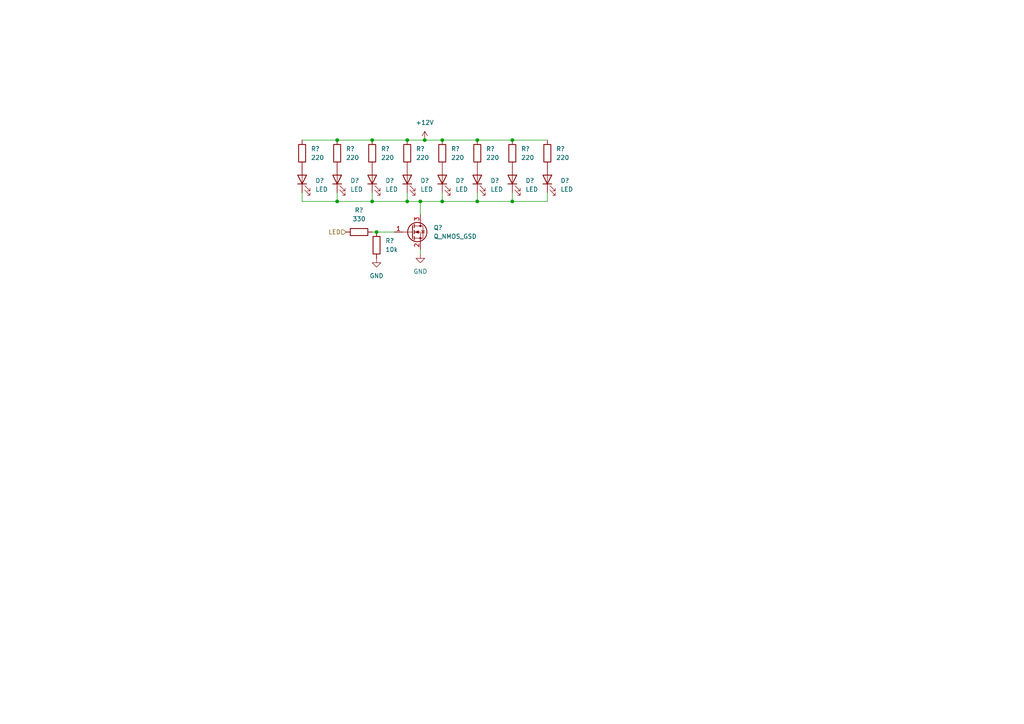
<source format=kicad_sch>
(kicad_sch (version 20211123) (generator eeschema)
  (paper "A4")
  (lib_symbols
    (symbol "Device:LED" (pin_numbers hide) (pin_names (offset 1.016) hide)
      (property "Reference" "D" (at 0 2.54 0))
      (property "Value" "LED" (at 0 -2.54 0))
      (symbol "LED_0_1"
        (polyline (pts (xy -1.27 -1.27) (xy -1.27 1.27)) (stroke (width 0.254)))
        (polyline (pts (xy -1.27 0) (xy 1.27 0)))
        (polyline (pts (xy 1.27 -1.27) (xy 1.27 1.27) (xy -1.27 0) (xy 1.27 -1.27)) (stroke (width 0.254)))
        (polyline (pts (xy -3.048 -0.762) (xy -4.572 -2.286) (xy -3.81 -2.286) (xy -4.572 -2.286) (xy -4.572 -1.524)))
        (polyline (pts (xy -1.778 -0.762) (xy -3.302 -2.286) (xy -2.54 -2.286) (xy -3.302 -2.286) (xy -3.302 -1.524)))
      )
      (symbol "LED_1_1"
        (pin passive line (at -3.81 0 0) (length 2.54) (name "K") (number "1"))
        (pin passive line (at 3.81 0 180) (length 2.54) (name "A") (number "2"))
      )
    )
    (symbol "Device:Q_NMOS_GSD" (pin_names (offset 0) hide)
      (property "Reference" "Q" (at 5.08 1.27 0))
      (property "Value" "Q_NMOS_GSD" (at 5.08 -1.27 0))
      (symbol "Q_NMOS_GSD_0_1"
        (polyline (pts (xy 0.254 0) (xy -2.54 0)))
        (polyline (pts (xy 0.254 1.905) (xy 0.254 -1.905)) (stroke (width 0.254)))
        (polyline (pts (xy 0.762 -1.27) (xy 0.762 -2.286)) (stroke (width 0.254)))
        (polyline (pts (xy 0.762 0.508) (xy 0.762 -0.508)) (stroke (width 0.254)))
        (polyline (pts (xy 0.762 2.286) (xy 0.762 1.27)) (stroke (width 0.254)))
        (polyline (pts (xy 2.54 2.54) (xy 2.54 1.778)))
        (polyline (pts (xy 2.54 -2.54) (xy 2.54 0) (xy 0.762 0)))
        (polyline (pts (xy 0.762 -1.778) (xy 3.302 -1.778) (xy 3.302 1.778) (xy 0.762 1.778)))
        (polyline (pts (xy 1.016 0) (xy 2.032 0.381) (xy 2.032 -0.381) (xy 1.016 0)) (fill (type outline)))
        (polyline (pts (xy 2.794 0.508) (xy 2.921 0.381) (xy 3.683 0.381) (xy 3.81 0.254)))
        (polyline (pts (xy 3.302 0.381) (xy 2.921 -0.254) (xy 3.683 -0.254) (xy 3.302 0.381)))
        (circle (center 1.651 0) (radius 2.794) (stroke (width 0.254)))
        (circle (center 2.54 -1.778) (radius 0.254) (fill (type outline)))
        (circle (center 2.54 1.778) (radius 0.254) (fill (type outline)))
      )
      (symbol "Q_NMOS_GSD_1_1"
        (pin input line (at -5.08 0 0) (length 2.54) (name "G") (number "1"))
        (pin passive line (at 2.54 -5.08 90) (length 2.54) (name "S") (number "2"))
        (pin passive line (at 2.54 5.08 270) (length 2.54) (name "D") (number "3"))
      )
    )
    (symbol "Device:R" (pin_numbers hide) (pin_names (offset 0))
      (property "Reference" "R" (at 2.032 0 90))
      (property "Value" "R" (at 0 0 90))
      (symbol "R_0_1"
        (rectangle (start -1.016 -2.54) (end 1.016 2.54) (stroke (width 0.254)))
      )
      (symbol "R_1_1"
        (pin passive line (at 0 3.81 270) (length 1.27) (name "~") (number "1"))
        (pin passive line (at 0 -3.81 90) (length 1.27) (name "~") (number "2"))
      )
    )
    (symbol "power:+12V" (power) (pin_names (offset 0))
      (property "Value" "+12V" (at 0 3.556 0))
      (symbol "+12V_0_1"
        (polyline (pts (xy -0.762 1.27) (xy 0 2.54)))
        (polyline (pts (xy 0 0) (xy 0 2.54)))
        (polyline (pts (xy 0 2.54) (xy 0.762 1.27)))
      )
      (symbol "+12V_1_1"
        (pin power_in line (at 0 0 90) (length 0) hide (name "+12V") (number "1"))
      )
    )
    (symbol "power:GND" (power) (pin_names (offset 0))
      (property "Value" "GND" (at 0 -3.81 0))
      (symbol "GND_0_1"
        (polyline (pts (xy 0 0) (xy 0 -1.27) (xy 1.27 -1.27) (xy 0 -2.54) (xy -1.27 -1.27) (xy 0 -1.27)))
      )
      (symbol "GND_1_1"
        (pin power_in line (at 0 0 270) (length 0) hide (name "GND") (number "1"))
      )
    )
  )
  (junction (at 107.95 58.42))
  (junction (at 128.27 58.42))
  (junction (at 128.27 40.64))
  (junction (at 97.79 40.64))
  (junction (at 107.95 40.64))
  (junction (at 109.22 67.31))
  (junction (at 138.43 58.42))
  (junction (at 121.92 58.42))
  (junction (at 148.59 40.64))
  (junction (at 148.59 58.42))
  (junction (at 118.11 58.42))
  (junction (at 138.43 40.64))
  (junction (at 123.19 40.64))
  (junction (at 97.79 58.42))
  (junction (at 118.11 40.64))
  (wire (pts (xy 107.95 58.42) (xy 118.11 58.42)))
  (wire (pts (xy 138.43 58.42) (xy 138.43 55.88)))
  (wire (pts (xy 148.59 58.42) (xy 148.59 55.88)))
  (wire (pts (xy 87.63 40.64) (xy 97.79 40.64)))
  (wire (pts (xy 107.95 40.64) (xy 118.11 40.64)))
  (wire (pts (xy 148.59 58.42) (xy 158.75 58.42)))
  (wire (pts (xy 97.79 58.42) (xy 107.95 58.42)))
  (wire (pts (xy 158.75 58.42) (xy 158.75 55.88)))
  (wire (pts (xy 148.59 40.64) (xy 158.75 40.64)))
  (wire (pts (xy 87.63 58.42) (xy 87.63 55.88)))
  (wire (pts (xy 109.22 67.31) (xy 114.3 67.31)))
  (wire (pts (xy 118.11 40.64) (xy 123.19 40.64)))
  (wire (pts (xy 138.43 58.42) (xy 148.59 58.42)))
  (wire (pts (xy 97.79 58.42) (xy 97.79 55.88)))
  (wire (pts (xy 121.92 58.42) (xy 128.27 58.42)))
  (wire (pts (xy 128.27 40.64) (xy 138.43 40.64)))
  (wire (pts (xy 97.79 40.64) (xy 107.95 40.64)))
  (wire (pts (xy 138.43 40.64) (xy 148.59 40.64)))
  (wire (pts (xy 107.95 58.42) (xy 107.95 55.88)))
  (wire (pts (xy 128.27 58.42) (xy 128.27 55.88)))
  (wire (pts (xy 128.27 58.42) (xy 138.43 58.42)))
  (wire (pts (xy 87.63 58.42) (xy 97.79 58.42)))
  (wire (pts (xy 107.95 67.31) (xy 109.22 67.31)))
  (wire (pts (xy 118.11 58.42) (xy 121.92 58.42)))
  (wire (pts (xy 121.92 72.39) (xy 121.92 73.66)))
  (wire (pts (xy 123.19 40.64) (xy 128.27 40.64)))
  (wire (pts (xy 118.11 58.42) (xy 118.11 55.88)))
  (wire (pts (xy 121.92 58.42) (xy 121.92 62.23)))
  (hierarchical_label "LED" (shape input) (at 100.33 67.31 180))
  (symbol (lib_id "Device:R") (at 148.59 44.45 0) (unit 1)
    (property "Reference" "R?" (at 151.13 43.1799 0) (effects (justify left)))
    (property "Value" "220" (at 151.13 45.7199 0) (effects (justify left)))
  )
  (symbol (lib_id "Device:R") (at 128.27 44.45 0) (unit 1)
    (property "Reference" "R?" (at 130.81 43.1799 0) (effects (justify left)))
    (property "Value" "220" (at 130.81 45.7199 0) (effects (justify left)))
  )
  (symbol (lib_id "Device:R") (at 158.75 44.45 0) (unit 1)
    (property "Reference" "R?" (at 161.29 43.1799 0) (effects (justify left)))
    (property "Value" "220" (at 161.29 45.7199 0) (effects (justify left)))
  )
  (symbol (lib_id "Device:R") (at 104.14 67.31 90) (unit 1)
    (property "Reference" "R?" (at 104.14 60.96 90))
    (property "Value" "330" (at 104.14 63.5 90))
  )
  (symbol (lib_id "Device:LED") (at 97.79 52.07 90) (unit 1)
    (property "Reference" "D?" (at 101.6 52.3874 90) (effects (justify right)))
    (property "Value" "LED" (at 101.6 54.9274 90) (effects (justify right)))
  )
  (symbol (lib_id "Device:LED") (at 87.63 52.07 90) (unit 1)
    (property "Reference" "D?" (at 91.44 52.3874 90) (effects (justify right)))
    (property "Value" "LED" (at 91.44 54.9274 90) (effects (justify right)))
  )
  (symbol (lib_id "Device:LED") (at 158.75 52.07 90) (unit 1)
    (property "Reference" "D?" (at 162.56 52.3874 90) (effects (justify right)))
    (property "Value" "LED" (at 162.56 54.9274 90) (effects (justify right)))
  )
  (symbol (lib_id "power:GND") (at 109.22 74.93 0) (unit 1)
    (property "Reference" "#PWR?" (effects hide))
    (property "Value" "GND" (at 109.22 80.01 0))
  )
  (symbol (lib_id "Device:Q_NMOS_GSD") (at 119.38 67.31 0) (unit 1)
    (property "Reference" "Q?" (at 125.73 66.0399 0) (effects (justify left)))
    (property "Value" "Q_NMOS_GSD" (at 125.73 68.5799 0) (effects (justify left)))
  )
  (symbol (lib_id "Device:R") (at 109.22 71.12 0) (unit 1)
    (property "Reference" "R?" (at 111.76 69.8499 0) (effects (justify left)))
    (property "Value" "10k" (at 111.76 72.3899 0) (effects (justify left)))
  )
  (symbol (lib_id "Device:R") (at 118.11 44.45 0) (unit 1)
    (property "Reference" "R?" (at 120.65 43.1799 0) (effects (justify left)))
    (property "Value" "220" (at 120.65 45.7199 0) (effects (justify left)))
  )
  (symbol (lib_id "power:GND") (at 121.92 73.66 0) (unit 1)
    (property "Reference" "#PWR?" (effects hide))
    (property "Value" "GND" (at 121.92 78.74 0))
  )
  (symbol (lib_id "Device:LED") (at 128.27 52.07 90) (unit 1)
    (property "Reference" "D?" (at 132.08 52.3874 90) (effects (justify right)))
    (property "Value" "LED" (at 132.08 54.9274 90) (effects (justify right)))
  )
  (symbol (lib_id "Device:LED") (at 138.43 52.07 90) (unit 1)
    (property "Reference" "D?" (at 142.24 52.3874 90) (effects (justify right)))
    (property "Value" "LED" (at 142.24 54.9274 90) (effects (justify right)))
  )
  (symbol (lib_id "Device:R") (at 107.95 44.45 0) (unit 1)
    (property "Reference" "R?" (at 110.49 43.1799 0) (effects (justify left)))
    (property "Value" "220" (at 110.49 45.7199 0) (effects (justify left)))
  )
  (symbol (lib_id "Device:LED") (at 118.11 52.07 90) (unit 1)
    (property "Reference" "D?" (at 121.92 52.3874 90) (effects (justify right)))
    (property "Value" "LED" (at 121.92 54.9274 90) (effects (justify right)))
  )
  (symbol (lib_id "Device:R") (at 87.63 44.45 0) (unit 1)
    (property "Reference" "R?" (at 90.17 43.1799 0) (effects (justify left)))
    (property "Value" "220" (at 90.17 45.7199 0) (effects (justify left)))
  )
  (symbol (lib_id "Device:LED") (at 148.59 52.07 90) (unit 1)
    (property "Reference" "D?" (at 152.4 52.3874 90) (effects (justify right)))
    (property "Value" "LED" (at 152.4 54.9274 90) (effects (justify right)))
  )
  (symbol (lib_id "Device:R") (at 97.79 44.45 0) (unit 1)
    (property "Reference" "R?" (at 100.33 43.1799 0) (effects (justify left)))
    (property "Value" "220" (at 100.33 45.7199 0) (effects (justify left)))
  )
  (symbol (lib_id "Device:R") (at 138.43 44.45 0) (unit 1)
    (property "Reference" "R?" (at 140.97 43.1799 0) (effects (justify left)))
    (property "Value" "220" (at 140.97 45.7199 0) (effects (justify left)))
  )
  (symbol (lib_id "Device:LED") (at 107.95 52.07 90) (unit 1)
    (property "Reference" "D?" (at 111.76 52.3874 90) (effects (justify right)))
    (property "Value" "LED" (at 111.76 54.9274 90) (effects (justify right)))
  )
  (symbol (lib_id "power:+12V") (at 123.19 40.64 0) (unit 1)
    (property "Reference" "#PWR?" (effects hide))
    (property "Value" "+12V" (at 123.19 35.56 0))
  )
)
</source>
